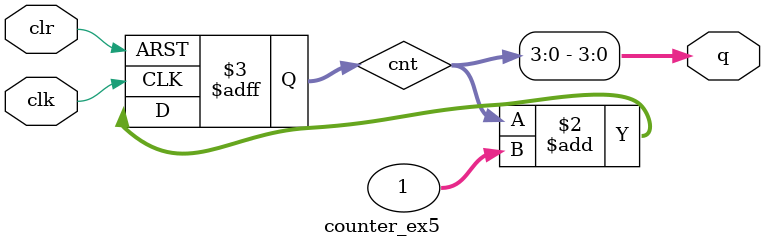
<source format=v>
module counter_ex5(clk,clr,q);
    
    input clk,clr;
    output [3:0] q;
    
    reg [31:0] cnt;
    
    always @(posedge clr or posedge clk)
    begin
        if(clr)
            cnt <= 32'h00000000;
        else
            cnt <= cnt + 1;
    end
    
    assign q = cnt[3:0];
    
endmodule

</source>
